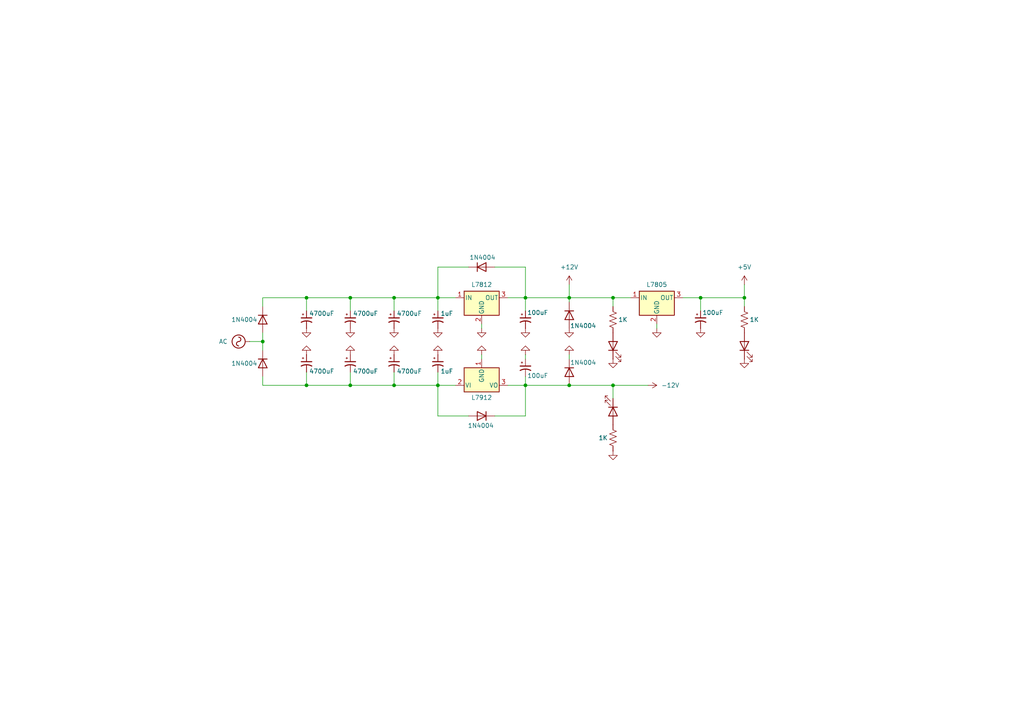
<source format=kicad_sch>
(kicad_sch (version 20250114) (generator "eeschema") (generator_version "9.0")
  (paper "A4")
  (lib_symbols
    (symbol "Device:C_Polarized_Small_US" (pin_numbers (hide yes)) (pin_names (offset 0.254) (hide yes))
      (property "Reference" "C" (at 0.254 1.778 0))
      (property "Value" "C_Polarized_Small_US" (at 0.254 -2.032 0))
      (symbol "C_Polarized_Small_US_0_1"
        (polyline (pts (xy -1.524 0.508) (xy 1.524 0.508)) (stroke (width 0.3048)))
        (polyline (pts (xy -1.27 1.524) (xy -0.762 1.524)))
        (polyline (pts (xy -1.016 1.27) (xy -1.016 1.778)))
        (arc (start -1.524 -0.762) (mid 0 -0.3734) (end 1.524 -0.762) (stroke (width 0.3048)))
      )
      (symbol "C_Polarized_Small_US_1_1"
        (pin passive line (at 0 2.54 270) (length 2.032) (name "~") (number "1"))
        (pin passive line (at 0 -2.54 90) (length 2.032) (name "~") (number "2"))
      )
    )
    (symbol "Device:D" (pin_numbers (hide yes)) (pin_names (offset 1.016) (hide yes))
      (property "Reference" "D" (at 0 2.54 0))
      (property "Value" "D" (at 0 -2.54 0))
      (symbol "D_0_1"
        (polyline (pts (xy -1.27 1.27) (xy -1.27 -1.27)) (stroke (width 0.254)))
        (polyline (pts (xy 1.27 1.27) (xy 1.27 -1.27) (xy -1.27 0) (xy 1.27 1.27)) (stroke (width 0.254)))
        (polyline (pts (xy 1.27 0) (xy -1.27 0)))
      )
      (symbol "D_1_1"
        (pin passive line (at -3.81 0 0) (length 2.54) (name "K") (number "1"))
        (pin passive line (at 3.81 0 180) (length 2.54) (name "A") (number "2"))
      )
    )
    (symbol "Device:LED" (pin_numbers (hide yes)) (pin_names (offset 1.016) (hide yes))
      (property "Reference" "D" (at 0 2.54 0))
      (property "Value" "LED" (at 0 -2.54 0))
      (symbol "LED_0_1"
        (polyline (pts (xy -3.048 -0.762) (xy -4.572 -2.286) (xy -3.81 -2.286) (xy -4.572 -2.286) (xy -4.572 -1.524)))
        (polyline (pts (xy -1.778 -0.762) (xy -3.302 -2.286) (xy -2.54 -2.286) (xy -3.302 -2.286) (xy -3.302 -1.524)))
        (polyline (pts (xy -1.27 0) (xy 1.27 0)))
        (polyline (pts (xy -1.27 -1.27) (xy -1.27 1.27)) (stroke (width 0.254)))
        (polyline (pts (xy 1.27 -1.27) (xy 1.27 1.27) (xy -1.27 0) (xy 1.27 -1.27)) (stroke (width 0.254)))
      )
      (symbol "LED_1_1"
        (pin passive line (at -3.81 0 0) (length 2.54) (name "K") (number "1"))
        (pin passive line (at 3.81 0 180) (length 2.54) (name "A") (number "2"))
      )
    )
    (symbol "Device:R_US" (pin_numbers (hide yes)) (pin_names (offset 0))
      (property "Reference" "R" (at 2.54 0 90))
      (property "Value" "R_US" (at -2.54 0 90))
      (symbol "R_US_0_1"
        (polyline (pts (xy 0 2.286) (xy 0 2.54)))
        (polyline (pts (xy 0 2.286) (xy 1.016 1.905) (xy 0 1.524) (xy -1.016 1.143) (xy 0 0.762)))
        (polyline (pts (xy 0 0.762) (xy 1.016 0.381) (xy 0 0) (xy -1.016 -0.381) (xy 0 -0.762)))
        (polyline (pts (xy 0 -0.762) (xy 1.016 -1.143) (xy 0 -1.524) (xy -1.016 -1.905) (xy 0 -2.286)))
        (polyline (pts (xy 0 -2.286) (xy 0 -2.54)))
      )
      (symbol "R_US_1_1"
        (pin passive line (at 0 3.81 270) (length 1.27) (name "~") (number "1"))
        (pin passive line (at 0 -3.81 90) (length 1.27) (name "~") (number "2"))
      )
    )
    (symbol "Regulator_Linear:L7805" (pin_names (offset 0.254))
      (property "Reference" "U" (at -3.81 3.175 0))
      (property "Value" "L7805" (at 0 3.175 0))
      (symbol "L7805_0_1"
        (rectangle (start -5.08 1.905) (end 5.08 -5.08) (stroke (width 0.254)) (fill (type background)))
      )
      (symbol "L7805_1_1"
        (pin power_in line (at -7.62 0 0) (length 2.54) (name "IN") (number "1"))
        (pin power_in line (at 0 -7.62 90) (length 2.54) (name "GND") (number "2"))
        (pin power_out line (at 7.62 0 180) (length 2.54) (name "OUT") (number "3"))
      )
    )
    (symbol "Regulator_Linear:L7812" (pin_names (offset 0.254))
      (property "Reference" "U" (at -3.81 3.175 0))
      (property "Value" "L7812" (at 0 3.175 0))
      (symbol "L7812_0_1"
        (rectangle (start -5.08 1.905) (end 5.08 -5.08) (stroke (width 0.254)) (fill (type background)))
      )
      (symbol "L7812_1_1"
        (pin power_in line (at -7.62 0 0) (length 2.54) (name "IN") (number "1"))
        (pin power_in line (at 0 -7.62 90) (length 2.54) (name "GND") (number "2"))
        (pin power_out line (at 7.62 0 180) (length 2.54) (name "OUT") (number "3"))
      )
    )
    (symbol "Regulator_Linear:L7912" (pin_names (offset 0.254))
      (property "Reference" "U" (at -3.81 -3.175 0))
      (property "Value" "L7912" (at 0 -3.175 0))
      (symbol "L7912_0_1"
        (rectangle (start -5.08 5.08) (end 5.08 -1.905) (stroke (width 0.254)) (fill (type background)))
      )
      (symbol "L7912_1_1"
        (pin power_in line (at -7.62 0 0) (length 2.54) (name "VI") (number "2"))
        (pin power_in line (at 0 7.62 270) (length 2.54) (name "GND") (number "1"))
        (pin power_out line (at 7.62 0 180) (length 2.54) (name "VO") (number "3"))
      )
    )
    (symbol "power:+12V" (power) (pin_numbers (hide yes)) (pin_names (offset 0) (hide yes))
      (property "Value" "+12V" (at 0 3.556 0))
      (symbol "+12V_0_1"
        (polyline (pts (xy -0.762 1.27) (xy 0 2.54)))
        (polyline (pts (xy 0 2.54) (xy 0.762 1.27)))
        (polyline (pts (xy 0 0) (xy 0 2.54)))
      )
      (symbol "+12V_1_1"
        (pin power_in line (at 0 0 90) (length 0) (name "~") (number "1"))
      )
    )
    (symbol "power:AC" (power) (pin_numbers (hide yes)) (pin_names (offset 0) (hide yes))
      (property "Value" "AC" (at 0 6.35 0))
      (symbol "AC_0_1"
        (arc (start -1.27 3.175) (mid -0.635 3.8073) (end 0 3.175) (stroke (width 0.254)))
        (circle (center 0 3.175) (radius 1.905) (stroke (width 0.254)))
        (polyline (pts (xy 0 0) (xy 0 1.27)))
        (arc (start 1.27 3.175) (mid 0.635 2.5427) (end 0 3.175) (stroke (width 0.254)))
      )
      (symbol "AC_1_1"
        (pin power_in line (at 0 0 90) (length 0) (name "~") (number "1"))
      )
    )
    (symbol "power:GND" (power) (pin_numbers (hide yes)) (pin_names (offset 0) (hide yes))
      (property "Value" "GND" (at 0 -3.81 0))
      (symbol "GND_0_1"
        (polyline (pts (xy 0 0) (xy 0 -1.27) (xy 1.27 -1.27) (xy 0 -2.54) (xy -1.27 -1.27) (xy 0 -1.27)))
      )
      (symbol "GND_1_1"
        (pin power_in line (at 0 0 270) (length 0) (name "~") (number "1"))
      )
    )
  )
  (junction (at 152.4 86.36))
  (junction (at 152.4 111.76))
  (junction (at 101.6 86.36))
  (junction (at 203.2 86.36))
  (junction (at 177.8 86.36))
  (junction (at 114.3 86.36))
  (junction (at 215.9 86.36))
  (junction (at 88.9 111.76))
  (junction (at 127 111.76))
  (junction (at 165.1 111.76))
  (junction (at 88.9 86.36))
  (junction (at 165.1 86.36))
  (junction (at 127 86.36))
  (junction (at 76.2 99.06))
  (junction (at 114.3 111.76))
  (junction (at 177.8 111.76))
  (junction (at 101.6 111.76))
  (wire (pts (xy 177.8 86.36) (xy 177.8 88.9)))
  (wire (pts (xy 127 111.76) (xy 132.08 111.76)))
  (wire (pts (xy 101.6 111.76) (xy 114.3 111.76)))
  (wire (pts (xy 127 90.17) (xy 127 86.36)))
  (wire (pts (xy 127 86.36) (xy 132.08 86.36)))
  (wire (pts (xy 143.51 120.65) (xy 152.4 120.65)))
  (wire (pts (xy 127 120.65) (xy 135.89 120.65)))
  (wire (pts (xy 135.89 77.47) (xy 127 77.47)))
  (wire (pts (xy 190.5 93.98) (xy 190.5 95.25)))
  (wire (pts (xy 215.9 82.55) (xy 215.9 86.36)))
  (wire (pts (xy 101.6 107.95) (xy 101.6 111.76)))
  (wire (pts (xy 143.51 77.47) (xy 152.4 77.47)))
  (wire (pts (xy 152.4 111.76) (xy 147.32 111.76)))
  (wire (pts (xy 147.32 86.36) (xy 152.4 86.36)))
  (wire (pts (xy 139.7 102.87) (xy 139.7 104.14)))
  (wire (pts (xy 152.4 109.22) (xy 152.4 111.76)))
  (wire (pts (xy 127 111.76) (xy 127 120.65)))
  (wire (pts (xy 165.1 102.87) (xy 165.1 104.14)))
  (wire (pts (xy 114.3 86.36) (xy 114.3 90.17)))
  (wire (pts (xy 76.2 111.76) (xy 88.9 111.76)))
  (wire (pts (xy 76.2 99.06) (xy 76.2 101.6)))
  (wire (pts (xy 152.4 102.87) (xy 152.4 104.14)))
  (wire (pts (xy 76.2 86.36) (xy 88.9 86.36)))
  (wire (pts (xy 165.1 87.63) (xy 165.1 86.36)))
  (wire (pts (xy 101.6 86.36) (xy 114.3 86.36)))
  (wire (pts (xy 152.4 111.76) (xy 165.1 111.76)))
  (wire (pts (xy 76.2 99.06) (xy 76.2 96.52)))
  (wire (pts (xy 88.9 86.36) (xy 101.6 86.36)))
  (wire (pts (xy 152.4 120.65) (xy 152.4 111.76)))
  (wire (pts (xy 203.2 86.36) (xy 215.9 86.36)))
  (wire (pts (xy 165.1 82.55) (xy 165.1 86.36)))
  (wire (pts (xy 165.1 86.36) (xy 177.8 86.36)))
  (wire (pts (xy 152.4 86.36) (xy 152.4 90.17)))
  (wire (pts (xy 127 77.47) (xy 127 86.36)))
  (wire (pts (xy 88.9 111.76) (xy 101.6 111.76)))
  (wire (pts (xy 114.3 111.76) (xy 127 111.76)))
  (wire (pts (xy 203.2 86.36) (xy 203.2 90.17)))
  (wire (pts (xy 76.2 109.22) (xy 76.2 111.76)))
  (wire (pts (xy 165.1 86.36) (xy 152.4 86.36)))
  (wire (pts (xy 127 86.36) (xy 114.3 86.36)))
  (wire (pts (xy 76.2 88.9) (xy 76.2 86.36)))
  (wire (pts (xy 152.4 86.36) (xy 152.4 77.47)))
  (wire (pts (xy 177.8 86.36) (xy 182.88 86.36)))
  (wire (pts (xy 177.8 115.57) (xy 177.8 111.76)))
  (wire (pts (xy 165.1 111.76) (xy 177.8 111.76)))
  (wire (pts (xy 215.9 86.36) (xy 215.9 88.9)))
  (wire (pts (xy 187.96 111.76) (xy 177.8 111.76)))
  (wire (pts (xy 101.6 86.36) (xy 101.6 90.17)))
  (wire (pts (xy 114.3 107.95) (xy 114.3 111.76)))
  (wire (pts (xy 198.12 86.36) (xy 203.2 86.36)))
  (wire (pts (xy 88.9 86.36) (xy 88.9 90.17)))
  (wire (pts (xy 72.39 99.06) (xy 76.2 99.06)))
  (wire (pts (xy 127 107.95) (xy 127 111.76)))
  (wire (pts (xy 88.9 107.95) (xy 88.9 111.76)))
  (wire (pts (xy 139.7 93.98) (xy 139.7 95.25)))
  (symbol (lib_id "power:GND") (at 177.8 130.81 0) (unit 1)
    (property "Reference" "#PWR022" (effects (hide yes)))
    (property "Value" "GND" (effects (hide yes)))
    (property "Description" "Power symbol creates a global label with name \"GND\" , ground" (effects (hide yes)))
  )
  (symbol (lib_id "power:GND") (at 177.8 104.14 0) (unit 1)
    (property "Reference" "#PWR015" (effects (hide yes)))
    (property "Value" "GND" (effects (hide yes)))
    (property "Description" "Power symbol creates a global label with name \"GND\" , ground" (effects (hide yes)))
  )
  (symbol (lib_id "Device:C_Polarized_Small_US") (at 127 92.71 0) (unit 1)
    (property "Reference" "C4" (effects (hide yes)))
    (property "Value" "1uF" (at 127.762 90.932 0) (effects (justify left)))
    (property "Description" "Polarized capacitor, small US symbol" (effects (hide yes)))
  )
  (symbol (lib_id "Device:R_US") (at 177.8 127 180) (unit 1)
    (property "Reference" "R3" (effects (hide yes)))
    (property "Value" "1K" (at 176.276 127 0) (effects (justify left)))
    (property "Description" "Resistor, US symbol" (effects (hide yes)))
  )
  (symbol (lib_id "power:GND") (at 127 95.25 0) (unit 1)
    (property "Reference" "#PWR05" (effects (hide yes)))
    (property "Value" "GND" (effects (hide yes)))
    (property "Description" "Power symbol creates a global label with name \"GND\" , ground" (effects (hide yes)))
  )
  (symbol (lib_id "power:AC") (at 72.39 99.06 90) (unit 1)
    (property "Reference" "#PWR01" (effects (hide yes)))
    (property "Value" "AC" (at 66.04 99.0599 90) (effects (justify left)))
    (property "Description" "Power symbol creates a global label with name \"AC\"" (effects (hide yes)))
  )
  (symbol (lib_id "Device:C_Polarized_Small_US") (at 88.9 105.41 0) (unit 1)
    (property "Reference" "C5" (effects (hide yes)))
    (property "Value" "4700uF" (at 89.662 107.696 0) (effects (justify left)))
    (property "Description" "Polarized capacitor, small US symbol" (effects (hide yes)))
  )
  (symbol (lib_id "Device:C_Polarized_Small_US") (at 114.3 105.41 0) (unit 1)
    (property "Reference" "C7" (effects (hide yes)))
    (property "Value" "4700uF" (at 115.062 107.696 0) (effects (justify left)))
    (property "Description" "Polarized capacitor, small US symbol" (effects (hide yes)))
  )
  (symbol (lib_id "power:+12V") (at 187.96 111.76 270) (unit 1)
    (property "Reference" "#PWR023" (effects (hide yes)))
    (property "Value" "-12V" (at 191.77 111.7599 90) (effects (justify left)))
    (property "Description" "Power symbol creates a global label with name \"+12V\"" (effects (hide yes)))
  )
  (symbol (lib_id "power:GND") (at 215.9 104.14 0) (unit 1)
    (property "Reference" "#PWR018" (effects (hide yes)))
    (property "Value" "GND" (effects (hide yes)))
    (property "Description" "Power symbol creates a global label with name \"GND\" , ground" (effects (hide yes)))
  )
  (symbol (lib_id "power:GND") (at 88.9 102.87 180) (unit 1)
    (property "Reference" "#PWR07" (effects (hide yes)))
    (property "Value" "GND" (effects (hide yes)))
    (property "Description" "Power symbol creates a global label with name \"GND\" , ground" (effects (hide yes)))
  )
  (symbol (lib_id "Device:R_US") (at 215.9 92.71 0) (unit 1)
    (property "Reference" "R2" (effects (hide yes)))
    (property "Value" "1K" (at 217.424 92.71 0) (effects (justify left)))
    (property "Description" "Resistor, US symbol" (effects (hide yes)))
  )
  (symbol (lib_id "power:+12V") (at 165.1 82.55 0) (unit 1)
    (property "Reference" "#PWR014" (effects (hide yes)))
    (property "Value" "+12V" (at 165.1 77.47 0))
    (property "Description" "Power symbol creates a global label with name \"+12V\"" (effects (hide yes)))
  )
  (symbol (lib_id "power:GND") (at 165.1 95.25 0) (unit 1)
    (property "Reference" "#PWR013" (effects (hide yes)))
    (property "Value" "GND" (effects (hide yes)))
    (property "Description" "Power symbol creates a global label with name \"GND\" , ground" (effects (hide yes)))
  )
  (symbol (lib_id "Device:LED") (at 177.8 119.38 270) (unit 1)
    (property "Reference" "D9" (effects (hide yes)))
    (property "Value" "-12 LED" (effects (hide yes)))
    (property "Description" "Light emitting diode" (effects (hide yes)))
    (property "Sim.Pins" "1=K 2=A" (effects (hide yes)))
  )
  (symbol (lib_id "power:GND") (at 101.6 95.25 0) (unit 1)
    (property "Reference" "#PWR03" (effects (hide yes)))
    (property "Value" "GND" (effects (hide yes)))
    (property "Description" "Power symbol creates a global label with name \"GND\" , ground" (effects (hide yes)))
  )
  (symbol (lib_id "power:GND") (at 101.6 102.87 180) (unit 1)
    (property "Reference" "#PWR08" (effects (hide yes)))
    (property "Value" "GND" (effects (hide yes)))
    (property "Description" "Power symbol creates a global label with name \"GND\" , ground" (effects (hide yes)))
  )
  (symbol (lib_id "power:GND") (at 190.5 95.25 0) (unit 1)
    (property "Reference" "#PWR016" (effects (hide yes)))
    (property "Value" "GND" (effects (hide yes)))
    (property "Description" "Power symbol creates a global label with name \"GND\" , ground" (effects (hide yes)))
  )
  (symbol (lib_id "power:+12V") (at 215.9 82.55 0) (unit 1)
    (property "Reference" "#PWR019" (effects (hide yes)))
    (property "Value" "+5V" (at 215.9 77.47 0))
    (property "Description" "Power symbol creates a global label with name \"+12V\"" (effects (hide yes)))
  )
  (symbol (lib_id "Regulator_Linear:L7805") (at 190.5 86.36 0) (unit 1)
    (property "Reference" "U3" (effects (hide yes)))
    (property "Value" "L7805" (at 190.5 82.55 0))
    (property "Datasheet" "http://www.st.com/content/ccc/resource/technical/document/datasheet/41/4f/b3/b0/12/d4/47/88/CD00000444.pdf/files/CD00000444.pdf/jcr:content/translations/en.CD00000444.pdf" (effects (hide yes)))
    (property "Description" "Positive 1.5A 35V Linear Regulator, Fixed Output 5V, TO-220/TO-263/TO-252" (effects (hide yes)))
  )
  (symbol (lib_id "power:GND") (at 152.4 95.25 0) (unit 1)
    (property "Reference" "#PWR012" (effects (hide yes)))
    (property "Value" "GND" (effects (hide yes)))
    (property "Description" "Power symbol creates a global label with name \"GND\" , ground" (effects (hide yes)))
  )
  (symbol (lib_id "Device:R_US") (at 177.8 92.71 0) (unit 1)
    (property "Reference" "R1" (effects (hide yes)))
    (property "Value" "1K" (at 179.324 92.71 0) (effects (justify left)))
    (property "Description" "Resistor, US symbol" (effects (hide yes)))
  )
  (symbol (lib_id "Device:C_Polarized_Small_US") (at 152.4 106.68 0) (unit 1)
    (property "Reference" "C11" (effects (hide yes)))
    (property "Value" "100uF" (at 152.908 108.966 0) (effects (justify left)))
    (property "Description" "Polarized capacitor, small US symbol" (effects (hide yes)))
  )
  (symbol (lib_id "Device:C_Polarized_Small_US") (at 101.6 92.71 0) (unit 1)
    (property "Reference" "C2" (effects (hide yes)))
    (property "Value" "4700uF" (at 102.362 90.932 0) (effects (justify left)))
    (property "Description" "Polarized capacitor, small US symbol" (effects (hide yes)))
  )
  (symbol (lib_id "Device:LED") (at 215.9 100.33 90) (unit 1)
    (property "Reference" "D7" (effects (hide yes)))
    (property "Value" "+5 LED" (effects (hide yes)))
    (property "Description" "Light emitting diode" (effects (hide yes)))
    (property "Sim.Pins" "1=K 2=A" (effects (hide yes)))
  )
  (symbol (lib_id "Device:LED") (at 177.8 100.33 90) (unit 1)
    (property "Reference" "D6" (effects (hide yes)))
    (property "Value" "+12 LED" (effects (hide yes)))
    (property "Description" "Light emitting diode" (effects (hide yes)))
    (property "Sim.Pins" "1=K 2=A" (effects (hide yes)))
  )
  (symbol (lib_id "power:GND") (at 139.7 102.87 180) (unit 1)
    (property "Reference" "#PWR011" (effects (hide yes)))
    (property "Value" "GND" (effects (hide yes)))
    (property "Description" "Power symbol creates a global label with name \"GND\" , ground" (effects (hide yes)))
  )
  (symbol (lib_id "power:GND") (at 165.1 102.87 180) (unit 1)
    (property "Reference" "#PWR020" (effects (hide yes)))
    (property "Value" "GND" (effects (hide yes)))
    (property "Description" "Power symbol creates a global label with name \"GND\" , ground" (effects (hide yes)))
  )
  (symbol (lib_id "Regulator_Linear:L7812") (at 139.7 86.36 0) (unit 1)
    (property "Reference" "U1" (effects (hide yes)))
    (property "Value" "L7812" (at 139.7 82.55 0))
    (property "Datasheet" "http://www.st.com/content/ccc/resource/technical/document/datasheet/41/4f/b3/b0/12/d4/47/88/CD00000444.pdf/files/CD00000444.pdf/jcr:content/translations/en.CD00000444.pdf" (effects (hide yes)))
    (property "Description" "Positive 1.5A 35V Linear Regulator, Fixed Output 12V, TO-220/TO-263/TO-252" (effects (hide yes)))
  )
  (symbol (lib_id "Device:D") (at 76.2 105.41 270) (unit 1)
    (property "Reference" "D3" (effects (hide yes)))
    (property "Value" "1N4004" (at 67.056 105.41 90) (effects (justify left)))
    (property "Description" "Diode" (effects (hide yes)))
    (property "Sim.Device" "D" (effects (hide yes)))
    (property "Sim.Pins" "1=K 2=A" (effects (hide yes)))
  )
  (symbol (lib_id "Device:D") (at 165.1 107.95 270) (unit 1)
    (property "Reference" "D8" (effects (hide yes)))
    (property "Value" "1N4004" (at 165.354 105.156 90) (effects (justify left)))
    (property "Description" "Diode" (effects (hide yes)))
    (property "Sim.Device" "D" (effects (hide yes)))
    (property "Sim.Pins" "1=K 2=A" (effects (hide yes)))
  )
  (symbol (lib_id "Device:D") (at 165.1 91.44 270) (unit 1)
    (property "Reference" "D5" (effects (hide yes)))
    (property "Value" "1N4004" (at 165.354 94.488 90) (effects (justify left)))
    (property "Description" "Diode" (effects (hide yes)))
    (property "Sim.Device" "D" (effects (hide yes)))
    (property "Sim.Pins" "1=K 2=A" (effects (hide yes)))
  )
  (symbol (lib_id "Regulator_Linear:L7912") (at 139.7 111.76 0) (unit 1)
    (property "Reference" "U2" (effects (hide yes)))
    (property "Value" "L7912" (at 139.7 115.316 0))
    (property "Datasheet" "http://www.st.com/content/ccc/resource/technical/document/datasheet/c9/16/86/41/c7/2b/45/f2/CD00000450.pdf/files/CD00000450.pdf/jcr:content/translations/en.CD00000450.pdf" (effects (hide yes)))
    (property "Description" "Negative 1.5A 35V Linear Regulator, Fixed Output -12V, TO-220/TO-263" (effects (hide yes)))
  )
  (symbol (lib_id "Device:C_Polarized_Small_US") (at 88.9 92.71 0) (unit 1)
    (property "Reference" "C1" (effects (hide yes)))
    (property "Value" "4700uF" (at 89.662 90.932 0) (effects (justify left)))
    (property "Description" "Polarized capacitor, small US symbol" (effects (hide yes)))
  )
  (symbol (lib_id "Device:C_Polarized_Small_US") (at 127 105.41 0) (unit 1)
    (property "Reference" "C8" (effects (hide yes)))
    (property "Value" "1uF" (at 127.762 107.696 0) (effects (justify left)))
    (property "Description" "Polarized capacitor, small US symbol" (effects (hide yes)))
  )
  (symbol (lib_id "power:GND") (at 203.2 95.25 0) (unit 1)
    (property "Reference" "#PWR017" (effects (hide yes)))
    (property "Value" "GND" (effects (hide yes)))
    (property "Description" "Power symbol creates a global label with name \"GND\" , ground" (effects (hide yes)))
  )
  (symbol (lib_id "Device:C_Polarized_Small_US") (at 114.3 92.71 0) (unit 1)
    (property "Reference" "C3" (effects (hide yes)))
    (property "Value" "4700uF" (at 115.062 90.932 0) (effects (justify left)))
    (property "Description" "Polarized capacitor, small US symbol" (effects (hide yes)))
  )
  (symbol (lib_id "Device:C_Polarized_Small_US") (at 152.4 92.71 0) (unit 1)
    (property "Reference" "C9" (effects (hide yes)))
    (property "Value" "100uF" (at 152.908 90.678 0) (effects (justify left)))
    (property "Description" "Polarized capacitor, small US symbol" (effects (hide yes)))
  )
  (symbol (lib_id "Device:C_Polarized_Small_US") (at 203.2 92.71 0) (unit 1)
    (property "Reference" "C10" (effects (hide yes)))
    (property "Value" "100uF" (at 203.708 90.678 0) (effects (justify left)))
    (property "Description" "Polarized capacitor, small US symbol" (effects (hide yes)))
  )
  (symbol (lib_id "power:GND") (at 114.3 102.87 180) (unit 1)
    (property "Reference" "#PWR09" (effects (hide yes)))
    (property "Value" "GND" (effects (hide yes)))
    (property "Description" "Power symbol creates a global label with name \"GND\" , ground" (effects (hide yes)))
  )
  (symbol (lib_id "power:GND") (at 114.3 95.25 0) (unit 1)
    (property "Reference" "#PWR04" (effects (hide yes)))
    (property "Value" "GND" (effects (hide yes)))
    (property "Description" "Power symbol creates a global label with name \"GND\" , ground" (effects (hide yes)))
  )
  (symbol (lib_id "power:GND") (at 88.9 95.25 0) (unit 1)
    (property "Reference" "#PWR02" (effects (hide yes)))
    (property "Value" "GND" (effects (hide yes)))
    (property "Description" "Power symbol creates a global label with name \"GND\" , ground" (effects (hide yes)))
  )
  (symbol (lib_id "power:GND") (at 139.7 95.25 0) (unit 1)
    (property "Reference" "#PWR06" (effects (hide yes)))
    (property "Value" "GND" (effects (hide yes)))
    (property "Description" "Power symbol creates a global label with name \"GND\" , ground" (effects (hide yes)))
  )
  (symbol (lib_id "Device:D") (at 139.7 77.47 0) (unit 1)
    (property "Reference" "D2" (effects (hide yes)))
    (property "Value" "1N4004" (at 136.144 74.676 0) (effects (justify left)))
    (property "Description" "Diode" (effects (hide yes)))
    (property "Sim.Device" "D" (effects (hide yes)))
    (property "Sim.Pins" "1=K 2=A" (effects (hide yes)))
  )
  (symbol (lib_id "Device:C_Polarized_Small_US") (at 101.6 105.41 0) (unit 1)
    (property "Reference" "C6" (effects (hide yes)))
    (property "Value" "4700uF" (at 102.362 107.696 0) (effects (justify left)))
    (property "Description" "Polarized capacitor, small US symbol" (effects (hide yes)))
  )
  (symbol (lib_id "Device:D") (at 76.2 92.71 270) (unit 1)
    (property "Reference" "D1" (effects (hide yes)))
    (property "Value" "1N4004" (at 67.056 92.71 90) (effects (justify left)))
    (property "Description" "Diode" (effects (hide yes)))
    (property "Sim.Device" "D" (effects (hide yes)))
    (property "Sim.Pins" "1=K 2=A" (effects (hide yes)))
  )
  (symbol (lib_id "power:GND") (at 152.4 102.87 180) (unit 1)
    (property "Reference" "#PWR021" (effects (hide yes)))
    (property "Value" "GND" (effects (hide yes)))
    (property "Description" "Power symbol creates a global label with name \"GND\" , ground" (effects (hide yes)))
  )
  (symbol (lib_id "power:GND") (at 127 102.87 180) (unit 1)
    (property "Reference" "#PWR010" (effects (hide yes)))
    (property "Value" "GND" (effects (hide yes)))
    (property "Description" "Power symbol creates a global label with name \"GND\" , ground" (effects (hide yes)))
  )
  (symbol (lib_id "Device:D") (at 139.7 120.65 180) (unit 1)
    (property "Reference" "D4" (effects (hide yes)))
    (property "Value" "1N4004" (at 143.256 123.444 0) (effects (justify left)))
    (property "Description" "Diode" (effects (hide yes)))
    (property "Sim.Device" "D" (effects (hide yes)))
    (property "Sim.Pins" "1=K 2=A" (effects (hide yes)))
  )
)
</source>
